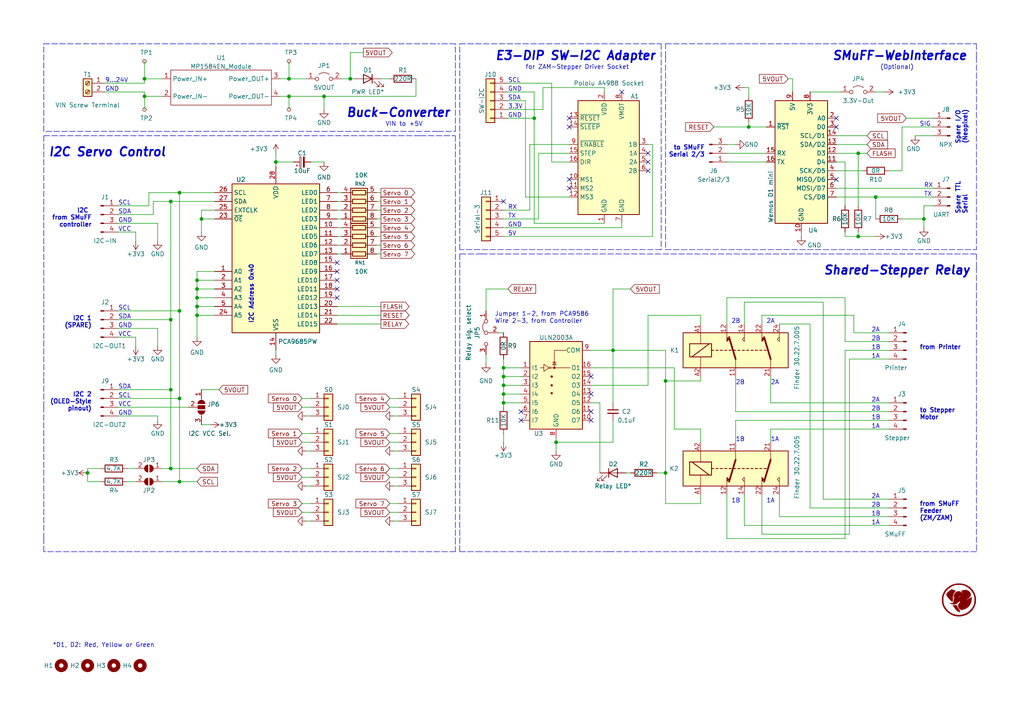
<source format=kicad_sch>
(kicad_sch (version 20211123) (generator eeschema)
  (paper "A4")
  (title_block (title "SMuFF-Backbone Board") (date "2022-06-20") (rev "1") (company "Technik Gegg") (comment 1 "  I2C Servo Controller and SMuFF-WI (optional)") (comment 2 "  Shared-Stepper Relay,") (comment 3 "  Buck Converter,") (comment 4 "This PCB combines:"))
  (junction (at 193.04 110.49))
  (junction (at 52.07 115.57))
  (junction (at 267.97 63.5))
  (junction (at 154.94 34.29))
  (junction (at 41.91 22.86))
  (junction (at 52.07 90.17))
  (junction (at 49.53 58.42))
  (junction (at 193.04 137.16))
  (junction (at 93.98 27.94))
  (junction (at 248.92 44.45))
  (junction (at 57.15 88.9))
  (junction (at 146.05 106.68))
  (junction (at 49.53 92.71))
  (junction (at 248.92 68.58))
  (junction (at 80.01 46.99))
  (junction (at 57.15 91.44))
  (junction (at 146.05 111.76))
  (junction (at 217.17 36.83))
  (junction (at 146.05 114.3))
  (junction (at 25.4 137.16))
  (junction (at 57.15 86.36))
  (junction (at 254 57.15))
  (junction (at 83.82 22.86))
  (junction (at 161.29 128.27))
  (junction (at 177.8 101.6))
  (junction (at 41.91 27.94))
  (junction (at 58.42 63.5))
  (junction (at 101.6 22.86))
  (junction (at 83.82 27.94))
  (junction (at 49.53 113.03))
  (junction (at 57.15 81.28))
  (junction (at 146.05 116.84))
  (junction (at 146.05 109.22))
  (junction (at 52.07 55.88))
  (junction (at 52.07 139.7))
  (junction (at 49.53 135.89))
  (junction (at 57.15 83.82))
  (no_connect (at 146.05 58.42))
  (no_connect (at 171.45 109.22))
  (no_connect (at 171.45 119.38))
  (no_connect (at 171.45 121.92))
  (no_connect (at 171.45 114.3))
  (no_connect (at 165.1 54.61))
  (no_connect (at 165.1 52.07))
  (no_connect (at 242.57 36.83))
  (no_connect (at 242.57 52.07))
  (no_connect (at 97.79 76.2))
  (no_connect (at 97.79 78.74))
  (no_connect (at 97.79 81.28))
  (no_connect (at 97.79 83.82))
  (no_connect (at 97.79 86.36))
  (no_connect (at 180.34 26.67))
  (no_connect (at 165.1 34.29))
  (no_connect (at 165.1 36.83))
  (no_connect (at 187.96 46.99))
  (no_connect (at 187.96 44.45))
  (no_connect (at 242.57 34.29))
  (no_connect (at 151.13 121.92))
  (no_connect (at 151.13 119.38))
  (no_connect (at 187.96 49.53))
  (wire (pts (xy 41.91 27.94) (xy 41.91 31.75)))
  (wire (pts (xy 97.79 66.04) (xy 99.06 66.04)))
  (wire (pts (xy 147.32 26.67) (xy 154.94 26.67)))
  (polyline (pts (xy 193.04 12.7) (xy 283.21 12.7)))
  (wire (pts (xy 171.45 116.84) (xy 173.99 116.84)))
  (wire (pts (xy 114.3 120.65) (xy 115.57 120.65)))
  (wire (pts (xy 203.2 143.51) (xy 203.2 146.05)))
  (wire (pts (xy 49.53 58.42) (xy 44.45 58.42)))
  (wire (pts (xy 146.05 106.68) (xy 146.05 109.22)))
  (wire (pts (xy 44.45 62.23) (xy 34.29 62.23)))
  (wire (pts (xy 242.57 49.53) (xy 250.19 49.53)))
  (wire (pts (xy 177.8 101.6) (xy 177.8 116.84)))
  (wire (pts (xy 80.01 46.99) (xy 80.01 44.45)))
  (wire (pts (xy 58.42 113.03) (xy 63.5 113.03)))
  (wire (pts (xy 245.11 86.36) (xy 210.82 86.36)))
  (wire (pts (xy 41.91 22.86) (xy 46.99 22.86)))
  (wire (pts (xy 49.53 135.89) (xy 46.99 135.89)))
  (wire (pts (xy 114.3 140.97) (xy 115.57 140.97)))
  (polyline (pts (xy 283.21 12.7) (xy 283.21 16.51)))
  (wire (pts (xy 154.94 64.77) (xy 175.26 64.77)))
  (wire (pts (xy 87.63 128.27) (xy 90.17 128.27)))
  (wire (pts (xy 88.9 120.65) (xy 90.17 120.65)))
  (wire (pts (xy 157.48 25.4) (xy 157.48 31.75)))
  (wire (pts (xy 87.63 115.57) (xy 90.17 115.57)))
  (wire (pts (xy 146.05 114.3) (xy 146.05 116.84)))
  (polyline (pts (xy 133.35 73.66) (xy 133.35 160.02)))
  (wire (pts (xy 156.21 44.45) (xy 156.21 63.5)))
  (wire (pts (xy 187.96 111.76) (xy 187.96 91.44)))
  (wire (pts (xy 229.87 22.86) (xy 229.87 26.67)))
  (polyline (pts (xy 12.7 160.02) (xy 12.7 156.21)))
  (wire (pts (xy 83.82 17.78) (xy 83.82 22.86)))
  (wire (pts (xy 113.03 138.43) (xy 115.57 138.43)))
  (polyline (pts (xy 132.08 39.37) (xy 132.08 156.21)))
  (wire (pts (xy 154.94 34.29) (xy 147.32 34.29)))
  (wire (pts (xy 58.42 123.19) (xy 60.96 123.19)))
  (wire (pts (xy 173.99 116.84) (xy 173.99 137.16)))
  (wire (pts (xy 217.17 36.83) (xy 222.25 36.83)))
  (wire (pts (xy 83.82 27.94) (xy 83.82 31.75)))
  (wire (pts (xy 88.9 151.13) (xy 90.17 151.13)))
  (wire (pts (xy 215.9 87.63) (xy 215.9 93.98)))
  (wire (pts (xy 223.52 124.46) (xy 223.52 128.27)))
  (wire (pts (xy 226.06 149.86) (xy 226.06 143.51)))
  (wire (pts (xy 238.76 144.78) (xy 238.76 87.63)))
  (wire (pts (xy 62.23 78.74) (xy 57.15 78.74)))
  (wire (pts (xy 49.53 92.71) (xy 49.53 113.03)))
  (wire (pts (xy 29.21 139.7) (xy 25.4 139.7)))
  (wire (pts (xy 165.1 44.45) (xy 156.21 44.45)))
  (wire (pts (xy 49.53 58.42) (xy 49.53 92.71)))
  (wire (pts (xy 207.01 36.83) (xy 217.17 36.83)))
  (wire (pts (xy 177.8 83.82) (xy 177.8 101.6)))
  (wire (pts (xy 57.15 83.82) (xy 57.15 86.36)))
  (polyline (pts (xy 12.7 39.37) (xy 12.7 109.22)))
  (wire (pts (xy 105.41 15.24) (xy 101.6 15.24)))
  (wire (pts (xy 213.36 121.92) (xy 213.36 128.27)))
  (wire (pts (xy 146.05 109.22) (xy 146.05 111.76)))
  (wire (pts (xy 34.29 90.17) (xy 52.07 90.17)))
  (wire (pts (xy 93.98 27.94) (xy 93.98 31.75)))
  (polyline (pts (xy 193.04 72.39) (xy 283.21 72.39)))
  (polyline (pts (xy 12.7 156.21) (xy 12.7 118.11)))
  (wire (pts (xy 265.43 39.37) (xy 270.51 39.37)))
  (wire (pts (xy 210.82 143.51) (xy 210.82 156.21)))
  (wire (pts (xy 140.97 83.82) (xy 140.97 90.17)))
  (wire (pts (xy 257.81 99.06) (xy 245.11 99.06)))
  (wire (pts (xy 257.81 152.4) (xy 215.9 152.4)))
  (wire (pts (xy 181.61 137.16) (xy 182.88 137.16)))
  (wire (pts (xy 248.92 67.31) (xy 248.92 68.58)))
  (wire (pts (xy 257.81 104.14) (xy 246.38 104.14)))
  (wire (pts (xy 242.57 41.91) (xy 251.46 41.91)))
  (wire (pts (xy 93.98 27.94) (xy 120.65 27.94)))
  (wire (pts (xy 113.03 146.05) (xy 115.57 146.05)))
  (wire (pts (xy 261.62 63.5) (xy 267.97 63.5)))
  (wire (pts (xy 57.15 86.36) (xy 62.23 86.36)))
  (polyline (pts (xy 132.08 160.02) (xy 12.7 160.02)))
  (wire (pts (xy 193.04 110.49) (xy 193.04 137.16)))
  (wire (pts (xy 165.1 46.99) (xy 160.02 46.99)))
  (wire (pts (xy 114.3 130.81) (xy 115.57 130.81)))
  (wire (pts (xy 220.98 154.94) (xy 220.98 143.51)))
  (polyline (pts (xy 133.35 160.02) (xy 139.7 160.02)))
  (wire (pts (xy 81.28 22.86) (xy 83.82 22.86)))
  (wire (pts (xy 146.05 63.5) (xy 156.21 63.5)))
  (wire (pts (xy 177.8 128.27) (xy 161.29 128.27)))
  (wire (pts (xy 30.48 26.67) (xy 41.91 26.67)))
  (wire (pts (xy 234.95 26.67) (xy 243.84 26.67)))
  (wire (pts (xy 97.79 73.66) (xy 99.06 73.66)))
  (wire (pts (xy 203.2 110.49) (xy 193.04 110.49)))
  (wire (pts (xy 254 26.67) (xy 256.54 26.67)))
  (wire (pts (xy 45.72 69.85) (xy 45.72 64.77)))
  (wire (pts (xy 146.05 111.76) (xy 146.05 114.3)))
  (wire (pts (xy 80.01 46.99) (xy 85.09 46.99)))
  (wire (pts (xy 97.79 55.88) (xy 99.06 55.88)))
  (wire (pts (xy 57.15 81.28) (xy 57.15 83.82)))
  (wire (pts (xy 242.57 54.61) (xy 270.51 54.61)))
  (wire (pts (xy 203.2 124.46) (xy 203.2 128.27)))
  (wire (pts (xy 146.05 125.73) (xy 146.05 128.27)))
  (wire (pts (xy 232.41 67.31) (xy 232.41 68.58)))
  (wire (pts (xy 58.42 63.5) (xy 58.42 67.31)))
  (wire (pts (xy 203.2 91.44) (xy 203.2 93.98)))
  (wire (pts (xy 45.72 120.65) (xy 45.72 121.92)))
  (wire (pts (xy 43.18 59.69) (xy 34.29 59.69)))
  (wire (pts (xy 217.17 35.56) (xy 217.17 36.83)))
  (wire (pts (xy 157.48 31.75) (xy 147.32 31.75)))
  (wire (pts (xy 34.29 113.03) (xy 49.53 113.03)))
  (wire (pts (xy 41.91 26.67) (xy 41.91 27.94)))
  (wire (pts (xy 57.15 86.36) (xy 57.15 88.9)))
  (wire (pts (xy 238.76 87.63) (xy 215.9 87.63)))
  (wire (pts (xy 171.45 106.68) (xy 195.58 106.68)))
  (polyline (pts (xy 132.08 12.7) (xy 127 12.7)))
  (wire (pts (xy 210.82 156.21) (xy 245.11 156.21)))
  (wire (pts (xy 49.53 135.89) (xy 57.15 135.89)))
  (wire (pts (xy 175.26 26.67) (xy 175.26 25.4)))
  (wire (pts (xy 195.58 106.68) (xy 195.58 124.46)))
  (wire (pts (xy 90.17 46.99) (xy 93.98 46.99)))
  (wire (pts (xy 146.05 114.3) (xy 151.13 114.3)))
  (polyline (pts (xy 193.04 16.51) (xy 193.04 60.96)))
  (wire (pts (xy 195.58 124.46) (xy 203.2 124.46)))
  (wire (pts (xy 257.81 144.78) (xy 238.76 144.78)))
  (polyline (pts (xy 132.08 156.21) (xy 132.08 160.02)))
  (wire (pts (xy 87.63 146.05) (xy 90.17 146.05)))
  (wire (pts (xy 97.79 58.42) (xy 99.06 58.42)))
  (wire (pts (xy 177.8 101.6) (xy 193.04 101.6)))
  (wire (pts (xy 262.89 34.29) (xy 270.51 34.29)))
  (wire (pts (xy 223.52 124.46) (xy 257.81 124.46)))
  (wire (pts (xy 109.22 55.88) (xy 110.49 55.88)))
  (wire (pts (xy 39.37 67.31) (xy 39.37 69.85)))
  (wire (pts (xy 245.11 68.58) (xy 248.92 68.58)))
  (wire (pts (xy 57.15 91.44) (xy 62.23 91.44)))
  (wire (pts (xy 97.79 60.96) (xy 99.06 60.96)))
  (wire (pts (xy 180.34 64.77) (xy 180.34 66.04)))
  (wire (pts (xy 88.9 130.81) (xy 90.17 130.81)))
  (wire (pts (xy 52.07 139.7) (xy 57.15 139.7)))
  (wire (pts (xy 187.96 41.91) (xy 189.23 41.91)))
  (wire (pts (xy 215.9 25.4) (xy 217.17 25.4)))
  (wire (pts (xy 242.57 57.15) (xy 254 57.15)))
  (wire (pts (xy 34.29 92.71) (xy 49.53 92.71)))
  (wire (pts (xy 210.82 44.45) (xy 222.25 44.45)))
  (wire (pts (xy 81.28 27.94) (xy 83.82 27.94)))
  (wire (pts (xy 109.22 60.96) (xy 110.49 60.96)))
  (polyline (pts (xy 193.04 60.96) (xy 193.04 72.39)))
  (wire (pts (xy 97.79 91.44) (xy 110.49 91.44)))
  (wire (pts (xy 146.05 104.14) (xy 146.05 106.68)))
  (wire (pts (xy 62.23 55.88) (xy 52.07 55.88)))
  (wire (pts (xy 215.9 152.4) (xy 215.9 143.51)))
  (wire (pts (xy 257.81 147.32) (xy 234.95 147.32)))
  (wire (pts (xy 270.51 59.69) (xy 267.97 59.69)))
  (wire (pts (xy 234.95 147.32) (xy 234.95 93.98)))
  (wire (pts (xy 152.4 29.21) (xy 152.4 57.15)))
  (wire (pts (xy 223.52 116.84) (xy 223.52 109.22)))
  (wire (pts (xy 113.03 148.59) (xy 115.57 148.59)))
  (wire (pts (xy 52.07 90.17) (xy 52.07 115.57)))
  (wire (pts (xy 44.45 58.42) (xy 44.45 62.23)))
  (wire (pts (xy 203.2 146.05) (xy 193.04 146.05)))
  (polyline (pts (xy 283.21 160.02) (xy 179.07 160.02)))
  (polyline (pts (xy 283.21 73.66) (xy 283.21 77.47)))
  (wire (pts (xy 109.22 58.42) (xy 110.49 58.42)))
  (polyline (pts (xy 176.53 160.02) (xy 179.07 160.02)))
  (wire (pts (xy 109.22 66.04) (xy 110.49 66.04)))
  (polyline (pts (xy 12.7 118.11) (xy 12.7 109.22)))
  (wire (pts (xy 58.42 60.96) (xy 58.42 63.5)))
  (wire (pts (xy 83.82 27.94) (xy 93.98 27.94)))
  (wire (pts (xy 88.9 140.97) (xy 90.17 140.97)))
  (wire (pts (xy 113.03 128.27) (xy 115.57 128.27)))
  (wire (pts (xy 62.23 88.9) (xy 57.15 88.9)))
  (wire (pts (xy 52.07 55.88) (xy 52.07 90.17)))
  (wire (pts (xy 87.63 118.11) (xy 90.17 118.11)))
  (wire (pts (xy 242.57 46.99) (xy 245.11 46.99)))
  (wire (pts (xy 245.11 101.6) (xy 257.81 101.6)))
  (polyline (pts (xy 12.7 39.37) (xy 121.92 39.37)))
  (wire (pts (xy 245.11 67.31) (xy 245.11 68.58)))
  (wire (pts (xy 62.23 58.42) (xy 49.53 58.42)))
  (wire (pts (xy 87.63 148.59) (xy 90.17 148.59)))
  (wire (pts (xy 97.79 63.5) (xy 99.06 63.5)))
  (polyline (pts (xy 139.7 73.66) (xy 283.21 73.66)))
  (wire (pts (xy 113.03 115.57) (xy 115.57 115.57)))
  (wire (pts (xy 267.97 63.5) (xy 267.97 66.04)))
  (wire (pts (xy 80.01 48.26) (xy 80.01 46.99)))
  (wire (pts (xy 161.29 127) (xy 161.29 128.27)))
  (wire (pts (xy 213.36 41.91) (xy 210.82 41.91)))
  (wire (pts (xy 49.53 113.03) (xy 49.53 135.89)))
  (wire (pts (xy 34.29 115.57) (xy 52.07 115.57)))
  (polyline (pts (xy 127 38.1) (xy 12.7 38.1)))
  (wire (pts (xy 113.03 125.73) (xy 115.57 125.73)))
  (wire (pts (xy 101.6 15.24) (xy 101.6 22.86)))
  (wire (pts (xy 193.04 137.16) (xy 193.04 146.05)))
  (wire (pts (xy 113.03 118.11) (xy 115.57 118.11)))
  (wire (pts (xy 153.67 60.96) (xy 153.67 41.91)))
  (wire (pts (xy 83.82 22.86) (xy 88.9 22.86)))
  (wire (pts (xy 41.91 17.78) (xy 41.91 22.86)))
  (wire (pts (xy 257.81 119.38) (xy 213.36 119.38)))
  (polyline (pts (xy 191.77 72.39) (xy 133.35 72.39)))
  (wire (pts (xy 109.22 63.5) (xy 110.49 63.5)))
  (wire (pts (xy 52.07 55.88) (xy 43.18 55.88)))
  (wire (pts (xy 190.5 137.16) (xy 193.04 137.16)))
  (wire (pts (xy 109.22 68.58) (xy 110.49 68.58)))
  (wire (pts (xy 146.05 66.04) (xy 180.34 66.04)))
  (wire (pts (xy 43.18 55.88) (xy 43.18 59.69)))
  (wire (pts (xy 152.4 57.15) (xy 165.1 57.15)))
  (wire (pts (xy 248.92 68.58) (xy 254 68.58)))
  (wire (pts (xy 160.02 46.99) (xy 160.02 24.13)))
  (wire (pts (xy 246.38 104.14) (xy 246.38 154.94)))
  (polyline (pts (xy 191.77 12.7) (xy 191.77 72.39)))
  (polyline (pts (xy 283.21 16.51) (xy 283.21 72.39)))
  (wire (pts (xy 242.57 39.37) (xy 251.46 39.37)))
  (wire (pts (xy 80.01 101.6) (xy 80.01 102.87)))
  (wire (pts (xy 57.15 78.74) (xy 57.15 81.28)))
  (wire (pts (xy 165.1 41.91) (xy 153.67 41.91)))
  (wire (pts (xy 257.81 121.92) (xy 213.36 121.92)))
  (wire (pts (xy 267.97 59.69) (xy 267.97 63.5)))
  (wire (pts (xy 45.72 100.33) (xy 45.72 95.25)))
  (polyline (pts (xy 12.7 38.1) (xy 12.7 12.7)))
  (polyline (pts (xy 176.53 160.02) (xy 139.7 160.02)))
  (wire (pts (xy 58.42 63.5) (xy 62.23 63.5)))
  (wire (pts (xy 257.81 49.53) (xy 261.62 49.53)))
  (wire (pts (xy 154.94 34.29) (xy 154.94 64.77)))
  (wire (pts (xy 146.05 116.84) (xy 146.05 118.11)))
  (wire (pts (xy 147.32 24.13) (xy 160.02 24.13)))
  (wire (pts (xy 220.98 91.44) (xy 247.65 91.44)))
  (wire (pts (xy 217.17 25.4) (xy 217.17 27.94)))
  (polyline (pts (xy 193.04 16.51) (xy 193.04 12.7)))
  (wire (pts (xy 246.38 154.94) (xy 220.98 154.94)))
  (wire (pts (xy 62.23 60.96) (xy 58.42 60.96)))
  (wire (pts (xy 261.62 36.83) (xy 261.62 49.53)))
  (wire (pts (xy 87.63 135.89) (xy 90.17 135.89)))
  (polyline (pts (xy 133.35 12.7) (xy 191.77 12.7)))
  (wire (pts (xy 257.81 116.84) (xy 223.52 116.84)))
  (wire (pts (xy 254 57.15) (xy 270.51 57.15)))
  (wire (pts (xy 140.97 83.82) (xy 147.32 83.82)))
  (wire (pts (xy 57.15 91.44) (xy 57.15 97.79)))
  (wire (pts (xy 97.79 88.9) (xy 110.49 88.9)))
  (wire (pts (xy 39.37 135.89) (xy 36.83 135.89)))
  (wire (pts (xy 113.03 135.89) (xy 115.57 135.89)))
  (wire (pts (xy 213.36 119.38) (xy 213.36 109.22)))
  (wire (pts (xy 109.22 73.66) (xy 110.49 73.66)))
  (wire (pts (xy 25.4 137.16) (xy 25.4 139.7)))
  (wire (pts (xy 220.98 91.44) (xy 220.98 93.98)))
  (wire (pts (xy 87.63 138.43) (xy 90.17 138.43)))
  (polyline (pts (xy 127 38.1) (xy 132.08 38.1)))
  (wire (pts (xy 248.92 44.45) (xy 251.46 44.45)))
  (wire (pts (xy 97.79 93.98) (xy 110.49 93.98)))
  (wire (pts (xy 97.79 68.58) (xy 99.06 68.58)))
  (wire (pts (xy 52.07 115.57) (xy 52.07 139.7)))
  (wire (pts (xy 261.62 36.83) (xy 270.51 36.83)))
  (wire (pts (xy 120.65 22.86) (xy 120.65 27.94)))
  (wire (pts (xy 152.4 29.21) (xy 147.32 29.21)))
  (wire (pts (xy 245.11 156.21) (xy 245.11 101.6)))
  (polyline (pts (xy 121.92 39.37) (xy 132.08 39.37)))
  (wire (pts (xy 234.95 93.98) (xy 226.06 93.98)))
  (wire (pts (xy 29.21 135.89) (xy 25.4 135.89)))
  (wire (pts (xy 146.05 111.76) (xy 151.13 111.76)))
  (wire (pts (xy 110.49 22.86) (xy 113.03 22.86)))
  (wire (pts (xy 34.29 64.77) (xy 45.72 64.77)))
  (wire (pts (xy 39.37 100.33) (xy 39.37 97.79)))
  (wire (pts (xy 114.3 151.13) (xy 115.57 151.13)))
  (wire (pts (xy 242.57 44.45) (xy 248.92 44.45)))
  (wire (pts (xy 39.37 139.7) (xy 36.83 139.7)))
  (wire (pts (xy 46.99 27.94) (xy 41.91 27.94)))
  (wire (pts (xy 177.8 83.82) (xy 182.88 83.82)))
  (polyline (pts (xy 139.7 73.66) (xy 133.35 73.66)))
  (wire (pts (xy 248.92 44.45) (xy 248.92 59.69)))
  (wire (pts (xy 101.6 22.86) (xy 102.87 22.86)))
  (wire (pts (xy 228.6 22.86) (xy 229.87 22.86)))
  (wire (pts (xy 247.65 91.44) (xy 247.65 96.52)))
  (wire (pts (xy 171.45 111.76) (xy 187.96 111.76)))
  (wire (pts (xy 146.05 109.22) (xy 151.13 109.22)))
  (wire (pts (xy 161.29 128.27) (xy 161.29 130.81)))
  (wire (pts (xy 254 57.15) (xy 254 63.5)))
  (wire (pts (xy 140.97 102.87) (xy 140.97 105.41)))
  (wire (pts (xy 203.2 109.22) (xy 203.2 110.49)))
  (polyline (pts (xy 283.21 82.55) (xy 283.21 160.02)))
  (polyline (pts (xy 283.21 77.47) (xy 283.21 82.55)))
  (wire (pts (xy 245.11 46.99) (xy 245.11 59.69)))
  (wire (pts (xy 87.63 125.73) (xy 90.17 125.73)))
  (wire (pts (xy 193.04 101.6) (xy 193.04 110.49)))
  (wire (pts (xy 187.96 91.44) (xy 203.2 91.44)))
  (wire (pts (xy 57.15 88.9) (xy 57.15 91.44)))
  (wire (pts (xy 210.82 86.36) (xy 210.82 93.98)))
  (wire (pts (xy 41.91 24.13) (xy 41.91 22.86)))
  (wire (pts (xy 97.79 71.12) (xy 99.06 71.12)))
  (wire (pts (xy 52.07 139.7) (xy 46.99 139.7)))
  (wire (pts (xy 175.26 25.4) (xy 157.48 25.4)))
  (wire (pts (xy 210.82 46.99) (xy 222.25 46.99)))
  (wire (pts (xy 57.15 83.82) (xy 62.23 83.82)))
  (wire (pts (xy 245.11 99.06) (xy 245.11 86.36)))
  (wire (pts (xy 189.23 41.91) (xy 189.23 68.58)))
  (wire (pts (xy 189.23 68.58) (xy 146.05 68.58)))
  (wire (pts (xy 99.06 22.86) (xy 101.6 22.86)))
  (wire (pts (xy 34.29 120.65) (xy 45.72 120.65)))
  (wire (pts (xy 109.22 71.12) (xy 110.49 71.12)))
  (wire (pts (xy 34.29 97.79) (xy 39.37 97.79)))
  (wire (pts (xy 146.05 116.84) (xy 151.13 116.84)))
  (wire (pts (xy 146.05 60.96) (xy 153.67 60.96)))
  (wire (pts (xy 144.78 96.52) (xy 146.05 96.52)))
  (wire (pts (xy 171.45 101.6) (xy 177.8 101.6)))
  (wire (pts (xy 57.15 81.28) (xy 62.23 81.28)))
  (wire (pts (xy 30.48 24.13) (xy 41.91 24.13)))
  (wire (pts (xy 257.81 96.52) (xy 247.65 96.52)))
  (wire (pts (xy 146.05 106.68) (xy 151.13 106.68)))
  (wire (pts (xy 154.94 26.67) (xy 154.94 34.29)))
  (wire (pts (xy 34.29 67.31) (xy 39.37 67.31)))
  (polyline (pts (xy 132.08 38.1) (xy 132.08 12.7)))
  (wire (pts (xy 257.81 149.86) (xy 226.06 149.86)))
  (wire (pts (xy 177.8 121.92) (xy 177.8 128.27)))
  (wire (pts (xy 25.4 135.89) (xy 25.4 137.16)))
  (wire (pts (xy 34.29 95.25) (xy 45.72 95.25)))
  (wire (pts (xy 34.29 118.11) (xy 54.61 118.11)))
  (polyline (pts (xy 133.35 72.39) (xy 133.35 12.7)))
  (polyline (pts (xy 12.7 12.7) (xy 127 12.7)))
  (text "SCL" (at 34.29 115.57 0) (effects (font (size 1.27 1.27)) (justify left bottom)))
  (text "SCL" (at 147.32 24.13 0) (effects (font (size 1.27 1.27)) (justify left bottom)))
  (text "GND" (at 30.48 26.67 0) (effects (font (size 1.27 1.27)) (justify left bottom)))
  (text "2A" (at 252.73 116.84 0) (effects (font (size 1.27 1.27)) (justify left bottom)))
  (text "GND" (at 34.29 120.65 0) (effects (font (size 1.27 1.27)) (justify left bottom)))
  (text "1B" (at 213.36 128.27 0) (effects (font (size 1.27 1.27)) (justify left bottom)))
  (text "SCL" (at 34.29 59.69 0) (effects (font (size 1.27 1.27)) (justify left bottom)))
  (text "I2C 2\n(OLED-Style\npinout)" (at 26.67 119.38 180) (effects (font (size 1.27 1.27) (thickness 0.254) bold) (justify right bottom)))
  (text "2B" (at 212.09 93.98 0) (effects (font (size 1.27 1.27)) (justify left bottom)))
  (text "9...24V" (at 30.48 24.13 0) (effects (font (size 1.27 1.27)) (justify left bottom)))
  (text "1B" (at 252.73 149.86 0) (effects (font (size 1.27 1.27)) (justify left bottom)))
  (text "2A" (at 252.73 144.78 0) (effects (font (size 1.27 1.27)) (justify left bottom)))
  (text "I2C \nfrom SMuFF\ncontroller" (at 26.67 66.04 180) (effects (font (size 1.27 1.27) (thickness 0.254) bold) (justify right bottom)))
  (text "Buck-Converter" (at 100.33 34.29 0) (effects (font (size 2.5 2.5) (thickness 0.5) bold italic) (justify left bottom)))
  (text "RX" (at 147.32 60.96 0) (effects (font (size 1.27 1.27)) (justify left bottom)))
  (text "I2C 1\n(SPARE)" (at 26.67 95.25 180) (effects (font (size 1.27 1.27) (thickness 0.254) bold) (justify right bottom)))
  (text "Jumper 1-2, from PCA9586\nWire 2-3, from Controller" (at 143.51 93.98 0) (effects (font (size 1.27 1.27)) (justify left bottom)))
  (text "2A" (at 223.52 111.76 0) (effects (font (size 1.27 1.27)) (justify left bottom)))
  (text "2B" (at 213.36 111.76 0) (effects (font (size 1.27 1.27)) (justify left bottom)))
  (text "GND" (at 34.29 95.25 0) (effects (font (size 1.27 1.27)) (justify left bottom)))
  (text "to Stepper\nMotor" (at 266.7 121.92 0) (effects (font (size 1.27 1.27) (thickness 0.254) bold) (justify left bottom)))
  (text "to SMuFF\nSerial 2/3" (at 204.47 45.72 180) (effects (font (size 1.27 1.27) (thickness 0.254) bold) (justify right bottom)))
  (text "1B" (at 252.73 121.92 0) (effects (font (size 1.27 1.27)) (justify left bottom)))
  (text "VIN to +5V" (at 111.76 36.83 0) (effects (font (size 1.27 1.27)) (justify left bottom)))
  (text "1A" (at 252.73 152.4 0) (effects (font (size 1.27 1.27)) (justify left bottom)))
  (text "I2C Address 0x40" (at 73.66 93.98 90) (effects (font (size 1.27 1.27) (thickness 0.254) bold) (justify left bottom)))
  (text "(Optional)" (at 255.27 20.32 0) (effects (font (size 1.27 1.27)) (justify left bottom)))
  (text "2B" (at 252.73 99.06 0) (effects (font (size 1.27 1.27)) (justify left bottom)))
  (text "for ZAM-Stepper Driver Socket" (at 152.4 20.32 0) (effects (font (size 1.27 1.27)) (justify left bottom)))
  (text "from SMuFF\nFeeder\n(ZM/ZAM)" (at 266.7 151.13 0) (effects (font (size 1.27 1.27) (thickness 0.254) bold) (justify left bottom)))
  (text "SMuFF-WebInterface" (at 241.3 17.78 0) (effects (font (size 2.5 2.5) (thickness 0.5) bold italic) (justify left bottom)))
  (text "1A" (at 252.73 124.46 0) (effects (font (size 1.27 1.27)) (justify left bottom)))
  (text "1A" (at 252.73 104.14 0) (effects (font (size 1.27 1.27)) (justify left bottom)))
  (text "2B" (at 252.73 147.32 0) (effects (font (size 1.27 1.27)) (justify left bottom)))
  (text "Spare TTL \nSerial" (at 280.67 62.23 90) (effects (font (size 1.27 1.27) (thickness 0.254) bold) (justify left bottom)))
  (text "TX" (at 147.32 63.5 0) (effects (font (size 1.27 1.27)) (justify left bottom)))
  (text "1B" (at 252.73 101.6 0) (effects (font (size 1.27 1.27)) (justify left bottom)))
  (text "GND" (at 147.32 26.67 0) (effects (font (size 1.27 1.27)) (justify left bottom)))
  (text "*D1, D2: Red, Yellow or Green" (at 15.24 187.96 0) (effects (font (size 1.27 1.27)) (justify left bottom)))
  (text "5V" (at 147.32 68.58 0) (effects (font (size 1.27 1.27)) (justify left bottom)))
  (text "2A" (at 222.25 93.98 0) (effects (font (size 1.27 1.27)) (justify left bottom)))
  (text "SDA" (at 34.29 92.71 0) (effects (font (size 1.27 1.27)) (justify left bottom)))
  (text "SCL" (at 34.29 90.17 0) (effects (font (size 1.27 1.27)) (justify left bottom)))
  (text "TX" (at 267.97 57.15 0) (effects (font (size 1.27 1.27)) (justify left bottom)))
  (text "2B" (at 252.73 119.38 0) (effects (font (size 1.27 1.27)) (justify left bottom)))
  (text "1B" (at 212.09 146.05 0) (effects (font (size 1.27 1.27)) (justify left bottom)))
  (text "SIG" (at 266.7 36.83 0) (effects (font (size 1.27 1.27)) (justify left bottom)))
  (text "VCC" (at 34.29 118.11 0) (effects (font (size 1.27 1.27)) (justify left bottom)))
  (text "2A" (at 252.73 96.52 0) (effects (font (size 1.27 1.27)) (justify left bottom)))
  (text "SDA" (at 34.29 62.23 0) (effects (font (size 1.27 1.27)) (justify left bottom)))
  (text "GND" (at 147.32 34.29 0) (effects (font (size 1.27 1.27)) (justify left bottom)))
  (text "SDA" (at 147.32 29.21 0) (effects (font (size 1.27 1.27)) (justify left bottom)))
  (text "Spare I/O\n(Neopixel)" (at 280.67 41.91 90) (effects (font (size 1.27 1.27) (thickness 0.254) bold) (justify left bottom)))
  (text "SDA" (at 34.29 113.03 0) (effects (font (size 1.27 1.27)) (justify left bottom)))
  (text "VCC" (at 34.29 97.79 0) (effects (font (size 1.27 1.27)) (justify left bottom)))
  (text "VCC" (at 34.29 67.31 0) (effects (font (size 1.27 1.27)) (justify left bottom)))
  (text "GND" (at 147.32 66.04 0) (effects (font (size 1.27 1.27)) (justify left bottom)))
  (text "3.3V" (at 147.32 31.75 0) (effects (font (size 1.27 1.27)) (justify left bottom)))
  (text "E3-DIP SW-I2C Adapter" (at 143.51 17.78 0) (effects (font (size 2.5 2.5) (thickness 0.5) bold italic) (justify left bottom)))
  (text "GND" (at 34.29 64.77 0) (effects (font (size 1.27 1.27)) (justify left bottom)))
  (text "1A" (at 222.25 146.05 0) (effects (font (size 1.27 1.27)) (justify left bottom)))
  (text "RX" (at 267.97 54.61 0) (effects (font (size 1.27 1.27)) (justify left bottom)))
  (text "Shared-Stepper Relay" (at 238.76 80.01 0) (effects (font (size 2.5 2.5) (thickness 0.5) bold italic) (justify left bottom)))
  (text "I2C Servo Control" (at 13.97 45.72 0) (effects (font (size 2.5 2.5) (thickness 0.5) bold italic) (justify left bottom)))
  (text "from Printer" (at 266.7 101.6 0) (effects (font (size 1.27 1.27) (thickness 0.254) bold) (justify left bottom)))
  (text "1A" (at 223.52 128.27 0) (effects (font (size 1.27 1.27)) (justify left bottom)))
  (global_label "Servo 6" (shape input) (at 113.03 135.89 180) (property "Intersheet References" "${INTERSHEET_REFS}" (effects hide)))
  (global_label "Servo 4" (shape input) (at 113.03 115.57 180) (property "Intersheet References" "${INTERSHEET_REFS}" (effects hide)))
  (global_label "Servo 0" (shape input) (at 87.63 115.57 180) (property "Intersheet References" "${INTERSHEET_REFS}" (effects hide)))
  (global_label "5VOUT" (shape input) (at 113.03 118.11 180) (property "Intersheet References" "${INTERSHEET_REFS}" (effects hide)))
  (global_label "5VOUT" (shape input) (at 87.63 118.11 180) (property "Intersheet References" "${INTERSHEET_REFS}" (effects hide)))
  (global_label "5VOUT" (shape output) (at 105.41 15.24 0) (property "Intersheet References" "${INTERSHEET_REFS}" (effects hide)))
  (global_label "SCL" (shape input) (at 57.15 139.7 0) (property "Intersheet References" "${INTERSHEET_REFS}" (effects hide)))
  (global_label "Servo 6" (shape output) (at 110.49 71.12 0) (property "Intersheet References" "${INTERSHEET_REFS}" (effects hide)))
  (global_label "RELAY" (shape output) (at 110.49 93.98 0) (property "Intersheet References" "${INTERSHEET_REFS}" (effects hide)))
  (global_label "Servo 7" (shape output) (at 110.49 73.66 0) (property "Intersheet References" "${INTERSHEET_REFS}" (effects hide)))
  (global_label "Servo 4" (shape output) (at 110.49 66.04 0) (property "Intersheet References" "${INTERSHEET_REFS}" (effects hide)))
  (global_label "Servo 3" (shape output) (at 110.49 63.5 0) (property "Intersheet References" "${INTERSHEET_REFS}" (effects hide)))
  (global_label "5VOUT" (shape input) (at 63.5 113.03 0) (property "Intersheet References" "${INTERSHEET_REFS}" (effects hide)))
  (global_label "Servo 1" (shape output) (at 110.49 58.42 0) (property "Intersheet References" "${INTERSHEET_REFS}" (effects hide)))
  (global_label "Servo 5" (shape output) (at 110.49 68.58 0) (property "Intersheet References" "${INTERSHEET_REFS}" (effects hide)))
  (global_label "RELAY" (shape input) (at 147.32 83.82 0) (property "Intersheet References" "${INTERSHEET_REFS}" (effects hide)))
  (global_label "Servo 3" (shape input) (at 87.63 146.05 180) (property "Intersheet References" "${INTERSHEET_REFS}" (effects hide)))
  (global_label "SDA" (shape input) (at 251.46 41.91 0) (property "Intersheet References" "${INTERSHEET_REFS}" (effects hide)))
  (global_label "5VOUT" (shape input) (at 87.63 138.43 180) (property "Intersheet References" "${INTERSHEET_REFS}" (effects hide)))
  (global_label "Servo 2" (shape output) (at 110.49 60.96 0) (property "Intersheet References" "${INTERSHEET_REFS}" (effects hide)))
  (global_label "5VOUT" (shape input) (at 182.88 83.82 0) (property "Intersheet References" "${INTERSHEET_REFS}" (effects hide)))
  (global_label "FLASH" (shape input) (at 251.46 44.45 0) (property "Intersheet References" "${INTERSHEET_REFS}" (effects hide)))
  (global_label "SCL" (shape input) (at 251.46 39.37 0) (property "Intersheet References" "${INTERSHEET_REFS}" (effects hide)))
  (global_label "Servo 7" (shape input) (at 113.03 146.05 180) (property "Intersheet References" "${INTERSHEET_REFS}" (effects hide)))
  (global_label "Servo 1" (shape input) (at 87.63 125.73 180) (property "Intersheet References" "${INTERSHEET_REFS}" (effects hide)))
  (global_label "RESET" (shape input) (at 207.01 36.83 180) (property "Intersheet References" "${INTERSHEET_REFS}" (effects hide)))
  (global_label "RESET" (shape output) (at 110.49 91.44 0) (property "Intersheet References" "${INTERSHEET_REFS}" (effects hide)))
  (global_label "Servo 5" (shape input) (at 113.03 125.73 180) (property "Intersheet References" "${INTERSHEET_REFS}" (effects hide)))
  (global_label "SDA" (shape input) (at 57.15 135.89 0) (property "Intersheet References" "${INTERSHEET_REFS}" (effects hide)))
  (global_label "5VOUT" (shape input) (at 113.03 138.43 180) (property "Intersheet References" "${INTERSHEET_REFS}" (effects hide)))
  (global_label "FLASH" (shape output) (at 110.49 88.9 0) (property "Intersheet References" "${INTERSHEET_REFS}" (effects hide)))
  (global_label "5VOUT" (shape input) (at 113.03 148.59 180) (property "Intersheet References" "${INTERSHEET_REFS}" (effects hide)))
  (global_label "Servo 0" (shape output) (at 110.49 55.88 0) (property "Intersheet References" "${INTERSHEET_REFS}" (effects hide)))
  (global_label "Servo 2" (shape input) (at 87.63 135.89 180) (property "Intersheet References" "${INTERSHEET_REFS}" (effects hide)))
  (global_label "5VOUT" (shape input) (at 262.89 34.29 180) (property "Intersheet References" "${INTERSHEET_REFS}" (effects hide)))
  (global_label "5VOUT" (shape input) (at 228.6 22.86 180) (property "Intersheet References" "${INTERSHEET_REFS}" (effects hide)))
  (global_label "5VOUT" (shape input) (at 87.63 128.27 180) (property "Intersheet References" "${INTERSHEET_REFS}" (effects hide)))
  (global_label "5VOUT" (shape input) (at 87.63 148.59 180) (property "Intersheet References" "${INTERSHEET_REFS}" (effects hide)))
  (global_label "5VOUT" (shape input) (at 113.03 128.27 180) (property "Intersheet References" "${INTERSHEET_REFS}" (effects hide)))
  (symbol (lib_id "power:+3.3V") (at 39.37 100.33 180) (unit 1)
    (property "Reference" "#PWR04" (effects hide))
    (property "Value" "+3.3V" (at 39.37 104.14 0))
  )
  (symbol (lib_id "power:+3.3V") (at 146.05 128.27 180) (unit 1)
    (property "Reference" "#PWR012" (effects hide))
    (property "Value" "+3.3V" (at 148.59 132.08 0) (effects (justify left)))
  )
  (symbol (lib_id "Relay:FINDER-30.22") (at 213.36 135.89 0) (mirror x) (unit 1)
    (property "Reference" "K2" (at 196.85 135.89 0) (effects (justify right)))
    (property "Value" "Finder 30.22.7.005" (at 231.14 144.78 90) (effects (justify right)))
    (property "Footprint" "Relay_THT:Relay_DPDT_Finder_30.22" (effects hide))
    (property "Datasheet" "http://gfinder.findernet.com/assets/Series/354/S30EN.pdf" (effects hide))
  )
  (symbol (lib_id "Connector_Generic:Conn_01x03") (at 95.25 148.59 0) (unit 1)
    (property "Reference" "SJ3" (at 97.79 148.59 0) (effects (justify left)))
    (property "Value" "S3" (at 93.98 143.51 0) (effects (justify left)))
    (property "Footprint" "Connector_PinHeader_2.54mm:PinHeader_1x03_P2.54mm_Vertical" (effects hide))
  )
  (symbol (lib_id "power:GND") (at 161.29 130.81 0) (unit 1)
    (property "Reference" "#PWR034" (effects hide))
    (property "Value" "GND" (at 161.29 134.62 0))
  )
  (symbol (lib_id "Connector_Generic:Conn_01x03") (at 120.65 118.11 0) (unit 1)
    (property "Reference" "SJ4" (at 123.19 118.11 0) (effects (justify left)))
    (property "Value" "S4" (at 119.38 113.03 0) (effects (justify left)))
    (property "Footprint" "Connector_PinHeader_2.54mm:PinHeader_1x03_P2.54mm_Vertical" (effects hide))
  )
  (symbol (lib_id "Device:LED") (at 106.68 22.86 0) (mirror y) (unit 1)
    (property "Reference" "D1" (at 106.68 20.32 0))
    (property "Value" "PWR LED*" (at 106.68 26.67 0))
    (property "Footprint" "LED_SMD:LED_1206_3216Metric" (effects hide))
  )
  (symbol (lib_id "Device:R") (at 248.92 63.5 0) (unit 1)
    (property "Reference" "R7" (at 250.19 63.5 0) (effects (justify left)))
    (property "Value" "10K" (at 248.92 63.5 90))
    (property "Footprint" "Resistor_SMD:R_0805_2012Metric" (effects hide))
  )
  (symbol (lib_id "Connector_Generic:Conn_01x03") (at 120.65 138.43 0) (unit 1)
    (property "Reference" "SJ6" (at 123.19 138.43 0) (effects (justify left)))
    (property "Value" "S6" (at 119.38 133.35 0) (effects (justify left)))
    (property "Footprint" "Connector_PinHeader_2.54mm:PinHeader_1x03_P2.54mm_Vertical" (effects hide))
  )
  (symbol (lib_id "Mechanical:MountingHole") (at 40.64 193.04 0) (unit 1)
    (property "Reference" "H4" (at 35.56 193.04 0) (effects (justify left)))
    (property "Value" "MountingHole" (effects hide))
    (property "Footprint" "MountingHole:MountingHole_3.2mm_M3" (effects hide))
  )
  (symbol (lib_id "Relay:FINDER-30.22") (at 213.36 101.6 0) (unit 1)
    (property "Reference" "K1" (at 194.31 101.6 0) (effects (justify left)))
    (property "Value" "Finder 30.22.7.005" (at 231.14 113.03 90) (effects (justify left)))
    (property "Footprint" "Relay_THT:Relay_DPDT_Finder_30.22" (effects hide))
    (property "Datasheet" "http://gfinder.findernet.com/assets/Series/354/S30EN.pdf" (effects hide))
  )
  (symbol (lib_id "Connector:Conn_01x03_Male") (at 205.74 44.45 0) (mirror x) (unit 1)
    (property "Reference" "J6" (at 207.01 49.53 0))
    (property "Value" "Serial2/3" (at 207.01 52.07 0))
    (property "Footprint" "Connector_JST:JST_XH_B3B-XH-A_1x03_P2.50mm_Vertical" (effects hide))
  )
  (symbol (lib_id "Device:R") (at 217.17 31.75 0) (unit 1)
    (property "Reference" "R5" (at 213.36 31.75 0) (effects (justify left)))
    (property "Value" "10K" (at 217.17 31.75 90))
    (property "Footprint" "Resistor_SMD:R_0805_2012Metric" (effects hide))
  )
  (symbol (lib_id "Connector_Generic:Conn_01x03") (at 95.25 138.43 0) (unit 1)
    (property "Reference" "SJ2" (at 97.79 138.43 0) (effects (justify left)))
    (property "Value" "S2" (at 93.98 133.35 0) (effects (justify left)))
    (property "Footprint" "Connector_PinHeader_2.54mm:PinHeader_1x03_P2.54mm_Vertical" (effects hide))
  )
  (symbol (lib_id "Mechanical:MountingHole") (at 17.78 193.04 0) (unit 1)
    (property "Reference" "H1" (at 12.7 193.04 0) (effects (justify left)))
    (property "Value" "MountingHole" (effects hide))
    (property "Footprint" "MountingHole:MountingHole_3.2mm_M3" (effects hide))
  )
  (symbol (lib_id "power:+3.3V") (at 256.54 26.67 270) (unit 1)
    (property "Reference" "#PWR055" (effects hide))
    (property "Value" "+3.3V" (at 260.35 26.67 90) (effects (justify left)))
  )
  (symbol (lib_id "Library:MP1584EN_Module") (at 53.34 31.75 0) (unit 1)
    (property "Reference" "U1" (at 64.135 16.7472 0))
    (property "Value" "MP1584EN_Module" (at 64.135 19.2841 0))
    (property "Footprint" "Libraries:MP1584EN_Module" (effects hide))
  )
  (symbol (lib_id "Device:C_Small") (at 177.8 119.38 0) (unit 1)
    (property "Reference" "C2" (at 180.34 119.38 0) (effects (justify left)))
    (property "Value" "0.1uF" (at 179.07 121.92 0) (effects (justify left)))
    (property "Footprint" "Capacitor_SMD:C_1206_3216Metric" (effects hide))
  )
  (symbol (lib_id "Mechanical:MountingHole") (at 25.4 193.04 0) (unit 1)
    (property "Reference" "H2" (at 20.32 193.04 0) (effects (justify left)))
    (property "Value" "MountingHole" (effects hide))
    (property "Footprint" "MountingHole:MountingHole_3.2mm_M3" (effects hide))
  )
  (symbol (lib_id "Device:R") (at 254 49.53 90) (unit 1)
    (property "Reference" "R10" (at 254 52.07 90))
    (property "Value" "0R" (at 254 49.53 90))
    (property "Footprint" "Resistor_SMD:R_0805_2012Metric" (effects hide))
  )
  (symbol (lib_id "Device:C_Polarized_Small") (at 87.63 46.99 90) (unit 1)
    (property "Reference" "C1" (at 87.63 44.45 90))
    (property "Value" "10uF" (at 87.63 49.53 90))
    (property "Footprint" "Capacitor_SMD:C_1206_3216Metric" (effects hide))
  )
  (symbol (lib_id "power:+3.3V") (at 215.9 25.4 90) (unit 1)
    (property "Reference" "#PWR01" (effects hide))
    (property "Value" "+3.3V" (at 212.09 25.4 90) (effects (justify left)))
  )
  (symbol (lib_id "power:GND") (at 88.9 120.65 270) (unit 1)
    (property "Reference" "#PWR036" (effects hide))
    (property "Value" "GND" (effects hide))
  )
  (symbol (lib_id "Device:R") (at 33.02 139.7 90) (mirror x) (unit 1)
    (property "Reference" "R4" (at 33.02 142.24 90))
    (property "Value" "4.7K" (at 33.02 139.7 90))
    (property "Footprint" "Resistor_SMD:R_0805_2012Metric" (effects hide))
  )
  (symbol (lib_id "Connector:Conn_01x03_Male") (at 275.59 36.83 0) (mirror y) (unit 1)
    (property "Reference" "J8" (at 274.32 31.75 0))
    (property "Value" "NPX" (at 274.32 41.91 0))
    (property "Footprint" "Connector_JST:JST_XH_B3B-XH-A_1x03_P2.50mm_Vertical" (effects hide))
  )
  (symbol (lib_id "power:GND") (at 232.41 68.58 0) (mirror y) (unit 1)
    (property "Reference" "#PWR013" (effects hide))
    (property "Value" "GND" (at 236.22 71.12 0))
  )
  (symbol (lib_id "Connector_Generic:Conn_01x03") (at 95.25 118.11 0) (unit 1)
    (property "Reference" "SJ0" (at 97.79 118.11 0) (effects (justify left)))
    (property "Value" "S0" (at 93.98 113.03 0) (effects (justify left)))
    (property "Footprint" "Connector_PinHeader_2.54mm:PinHeader_1x03_P2.54mm_Vertical" (effects hide))
  )
  (symbol (lib_id "Jumper:SolderJumper_2_Open") (at 43.18 135.89 0) (mirror y) (unit 1)
    (property "Reference" "JP3" (at 43.18 133.35 0))
    (property "Value" "Jumper" (effects hide))
    (property "Footprint" "Jumper:SolderJumper-2_P1.3mm_Open_RoundedPad1.0x1.5mm" (effects hide))
  )
  (symbol (lib_id "Device:R") (at 146.05 100.33 0) (unit 1)
    (property "Reference" "R9" (at 148.59 100.33 0))
    (property "Value" "0R" (at 146.05 100.33 90))
    (property "Footprint" "Resistor_SMD:R_0805_2012Metric" (effects hide))
  )
  (symbol (lib_id "Library:LOGO") (at 278.13 173.99 0) (unit 1)
    (property "Reference" "#G1" (effects hide))
    (property "Value" "LOGO" (effects hide))
  )
  (symbol (lib_id "power:GND") (at 88.9 151.13 270) (unit 1)
    (property "Reference" "#PWR042" (effects hide))
    (property "Value" "GND" (effects hide))
  )
  (symbol (lib_id "power:GND") (at 114.3 130.81 270) (unit 1)
    (property "Reference" "#PWR046" (effects hide))
    (property "Value" "GND" (effects hide))
  )
  (symbol (lib_id "Device:LED") (at 177.8 137.16 0) (unit 1)
    (property "Reference" "D2" (at 177.8 134.62 0))
    (property "Value" "Relay LED*" (at 177.8 140.97 0))
    (property "Footprint" "LED_SMD:LED_1206_3216Metric" (effects hide))
  )
  (symbol (lib_id "Mechanical:MountingHole") (at 33.02 193.04 0) (unit 1)
    (property "Reference" "H3" (at 27.94 193.04 0) (effects (justify left)))
    (property "Value" "MountingHole" (effects hide))
    (property "Footprint" "MountingHole:MountingHole_3.2mm_M3" (effects hide))
  )
  (symbol (lib_id "Connector:Conn_01x04_Male") (at 29.21 115.57 0) (unit 1)
    (property "Reference" "J9" (at 30.48 110.49 0))
    (property "Value" "I2C-OUT2" (at 31.75 123.19 0))
    (property "Footprint" "Connector_PinHeader_2.54mm:PinHeader_1x04_P2.54mm_Vertical" (effects hide))
  )
  (symbol (lib_id "Connector:TestPoint_Small") (at 83.82 17.78 0) (unit 1)
    (property "Reference" "TP3" (at 82.55 15.24 0) (effects (justify left)))
    (property "Value" "SY8205-OUT+" (effects hide))
    (property "Footprint" "TestPoint:TestPoint_THTPad_1.5x1.5mm_Drill0.7mm" (effects hide))
  )
  (symbol (lib_id "Jumper:Jumper_2_Open") (at 93.98 22.86 0) (unit 1)
    (property "Reference" "JP1" (at 93.98 19.05 0))
    (property "Value" "5VOUT" (at 93.98 25.4 0))
    (property "Footprint" "Connector_PinHeader_2.54mm:PinHeader_1x02_P2.54mm_Vertical" (effects hide))
  )
  (symbol (lib_id "Connector:Conn_01x03_Male") (at 275.59 57.15 0) (mirror y) (unit 1)
    (property "Reference" "J7" (at 274.32 52.07 0))
    (property "Value" "UART" (at 273.05 62.23 0))
    (property "Footprint" "Connector_JST:JST_XH_B3B-XH-A_1x03_P2.50mm_Vertical" (effects hide))
  )
  (symbol (lib_id "Connector_Generic:Conn_01x03") (at 95.25 128.27 0) (unit 1)
    (property "Reference" "SJ1" (at 97.79 128.27 0) (effects (justify left)))
    (property "Value" "S1" (at 93.98 123.19 0) (effects (justify left)))
    (property "Footprint" "Connector_PinHeader_2.54mm:PinHeader_1x03_P2.54mm_Vertical" (effects hide))
  )
  (symbol (lib_id "Connector_Generic:Conn_01x03") (at 120.65 128.27 0) (unit 1)
    (property "Reference" "SJ5" (at 123.19 128.27 0) (effects (justify left)))
    (property "Value" "S5" (at 119.38 123.19 0) (effects (justify left)))
    (property "Footprint" "Connector_PinHeader_2.54mm:PinHeader_1x03_P2.54mm_Vertical" (effects hide))
  )
  (symbol (lib_id "Jumper:Jumper_2_Open") (at 248.92 26.67 0) (unit 1)
    (property "Reference" "JP4" (at 248.92 22.86 0))
    (property "Value" "3.3V-Out" (at 248.92 29.21 0))
    (property "Footprint" "Connector_PinHeader_2.54mm:PinHeader_1x02_P2.54mm_Vertical" (effects hide))
  )
  (symbol (lib_id "power:+3.3V") (at 80.01 44.45 0) (unit 1)
    (property "Reference" "#PWR017" (effects hide))
    (property "Value" "+3.3V" (at 72.39 43.18 0) (effects (justify left)))
  )
  (symbol (lib_id "power:+3.3V") (at 60.96 123.19 270) (unit 1)
    (property "Reference" "#PWR03" (effects hide))
    (property "Value" "+3.3V" (at 63.5 123.19 90) (effects (justify left)))
  )
  (symbol (lib_id "power:+3.3V") (at 254 68.58 270) (unit 1)
    (property "Reference" "#PWR02" (effects hide))
    (property "Value" "+3.3V" (at 256.54 68.58 90) (effects (justify left)))
  )
  (symbol (lib_id "Connector:Conn_01x04_Male") (at 262.89 99.06 0) (mirror y) (unit 1)
    (property "Reference" "J4" (at 260.35 93.98 0) (effects (justify right)))
    (property "Value" "Printer" (at 256.54 106.68 0) (effects (justify right)))
    (property "Footprint" "Connector_JST:JST_XH_B4B-XH-A_1x04_P2.50mm_Vertical" (effects hide))
  )
  (symbol (lib_id "Device:R") (at 245.11 63.5 0) (unit 1)
    (property "Reference" "R6" (at 241.3 63.5 0) (effects (justify left)))
    (property "Value" "10K" (at 245.11 63.5 90))
    (property "Footprint" "Resistor_SMD:R_0805_2012Metric" (effects hide))
  )
  (symbol (lib_id "MCU_Module:WeMos_D1_mini") (at 232.41 46.99 0) (unit 1)
    (property "Reference" "U4" (at 234.4294 66.8004 0) (effects (justify left)))
    (property "Value" "Wemos D1 mini" (at 223.52 49.53 90) (effects (justify right)))
    (property "Footprint" "Module:WEMOS_D1_mini_light" (effects hide))
    (property "Datasheet" "https://wiki.wemos.cc/products:d1:d1_mini#documentation" (effects hide))
  )
  (symbol (lib_id "Driver_Motor:Pololu_Breakout_A4988") (at 175.26 44.45 0) (unit 1)
    (property "Reference" "A1" (at 182.88 27.94 0) (effects (justify left)))
    (property "Value" "Pololu A4988 Socket" (at 166.37 24.13 0) (effects (justify left)))
    (property "Footprint" "Capacitor_SMD:C_1206_3216Metric" (effects hide))
    (property "Datasheet" "https://www.pololu.com/product/2980/pictures" (effects hide))
  )
  (symbol (lib_id "Connector:Conn_01x04_Male") (at 29.21 62.23 0) (unit 1)
    (property "Reference" "J1" (at 30.48 57.15 0))
    (property "Value" "I2C-IN" (at 30.48 69.85 0))
    (property "Footprint" "Connector_JST:JST_XH_B4B-XH-A_1x04_P2.50mm_Vertical" (effects hide))
  )
  (symbol (lib_id "Device:R") (at 33.02 135.89 90) (mirror x) (unit 1)
    (property "Reference" "R3" (at 33.02 133.35 90))
    (property "Value" "4.7K" (at 33.02 135.89 90))
    (property "Footprint" "Resistor_SMD:R_0805_2012Metric" (effects hide))
  )
  (symbol (lib_id "power:GND") (at 265.43 39.37 0) (mirror y) (unit 1)
    (property "Reference" "#PWR056" (effects hide))
    (property "Value" "GND" (at 262.89 43.18 0) (effects (justify right)))
  )
  (symbol (lib_id "Device:R_Pack04") (at 104.14 68.58 270) (mirror x) (unit 1)
    (property "Reference" "RN2" (at 102.87 53.34 90) (effects (font (size 1 1)) (justify left)))
    (property "Value" "10K" (at 102.87 78.74 90) (effects (justify left)))
    (property "Footprint" "Resistor_SMD:R_Array_Concave_4x0603" (effects hide))
  )
  (symbol (lib_id "power:GND") (at 114.3 140.97 270) (unit 1)
    (property "Reference" "#PWR048" (effects hide))
    (property "Value" "GND" (effects hide))
  )
  (symbol (lib_id "Jumper:Jumper_3_Bridged12") (at 140.97 96.52 90) (mirror x) (unit 1)
    (property "Reference" "JP5" (at 138.43 96.52 0))
    (property "Value" "Relay sig. select" (at 135.89 96.52 0))
    (property "Footprint" "Connector_PinHeader_2.54mm:PinHeader_1x03_P2.54mm_Vertical" (effects hide))
  )
  (symbol (lib_id "Device:R") (at 146.05 121.92 0) (unit 1)
    (property "Reference" "R11" (at 140.97 121.92 0) (effects (justify left)))
    (property "Value" "10K" (at 146.05 121.92 90))
    (property "Footprint" "Resistor_SMD:R_0805_2012Metric" (effects hide))
  )
  (symbol (lib_id "Connector:TestPoint_Small") (at 41.91 17.78 0) (unit 1)
    (property "Reference" "TP1" (at 40.64 15.24 0) (effects (justify left)))
    (property "Value" "SY8205-IN+" (effects hide))
    (property "Footprint" "TestPoint:TestPoint_THTPad_1.5x1.5mm_Drill0.7mm" (effects hide))
  )
  (symbol (lib_id "Jumper:SolderJumper_2_Open") (at 43.18 139.7 0) (mirror y) (unit 1)
    (property "Reference" "JP2" (at 43.18 142.24 0))
    (property "Value" "Jumper" (effects hide))
    (property "Footprint" "Jumper:SolderJumper-2_P1.3mm_Open_RoundedPad1.0x1.5mm" (effects hide))
  )
  (symbol (lib_id "Device:R") (at 116.84 22.86 90) (unit 1)
    (property "Reference" "R1" (at 116.84 20.32 90))
    (property "Value" "220R" (at 116.84 22.86 90))
    (property "Footprint" "Resistor_SMD:R_0805_2012Metric" (effects hide))
  )
  (symbol (lib_id "Transistor_Array:ULN2003A") (at 161.29 111.76 0) (unit 1)
    (property "Reference" "U3" (at 156.21 125.73 0))
    (property "Value" "ULN2003A" (at 161.29 97.8971 0))
    (property "Footprint" "Package_SO:SOIC-16_3.9x9.9mm_P1.27mm" (effects hide))
    (property "Datasheet" "http://www.ti.com/lit/ds/symlink/uln2003a.pdf" (effects hide))
  )
  (symbol (lib_id "power:GND") (at 57.15 97.79 0) (unit 1)
    (property "Reference" "#PWR09" (effects hide))
    (property "Value" "GND" (at 57.15 102.2334 0))
  )
  (symbol (lib_id "Device:R") (at 257.81 63.5 90) (unit 1)
    (property "Reference" "R8" (at 259.08 60.96 90) (effects (justify left)))
    (property "Value" "10K" (at 257.81 63.5 90))
    (property "Footprint" "Resistor_SMD:R_0805_2012Metric" (effects hide))
  )
  (symbol (lib_id "power:GND") (at 114.3 151.13 270) (unit 1)
    (property "Reference" "#PWR050" (effects hide))
    (property "Value" "GND" (effects hide))
  )
  (symbol (lib_id "power:+3.3V") (at 39.37 69.85 180) (unit 1)
    (property "Reference" "#PWR05" (effects hide))
    (property "Value" "+3.3V" (at 39.37 73.66 0))
  )
  (symbol (lib_id "Connector:TestPoint_Small") (at 83.82 31.75 0) (unit 1)
    (property "Reference" "TP4" (at 82.55 34.29 0) (effects (justify left)))
    (property "Value" "SY8205-OUT-" (effects hide))
    (property "Footprint" "TestPoint:TestPoint_THTPad_1.5x1.5mm_Drill0.7mm" (effects hide))
  )
  (symbol (lib_id "Connector:Conn_01x04_Male") (at 262.89 147.32 0) (mirror y) (unit 1)
    (property "Reference" "J5" (at 260.35 142.24 0) (effects (justify right)))
    (property "Value" "SMuFF" (at 256.54 154.94 0) (effects (justify right)))
    (property "Footprint" "Connector_JST:JST_XH_B4B-XH-A_1x04_P2.50mm_Vertical" (effects hide))
  )
  (symbol (lib_id "Connector_Generic:Conn_01x03") (at 120.65 148.59 0) (unit 1)
    (property "Reference" "SJ7" (at 123.19 148.59 0) (effects (justify left)))
    (property "Value" "S7" (at 119.38 143.51 0) (effects (justify left)))
    (property "Footprint" "Connector_PinHeader_2.54mm:PinHeader_1x03_P2.54mm_Vertical" (effects hide))
  )
  (symbol (lib_id "power:GND") (at 58.42 67.31 0) (unit 1)
    (property "Reference" "#PWR010" (effects hide))
    (property "Value" "GND" (at 58.42 71.7534 0))
  )
  (symbol (lib_id "Connector:Screw_Terminal_01x02") (at 25.4 24.13 0) (mirror y) (unit 1)
    (property "Reference" "T1" (at 25.4 21.59 0))
    (property "Value" "VIN Screw Terminal" (at 25.4 30.48 0))
    (property "Footprint" "TerminalBlock:TerminalBlock_bornier-2_P5.08mm" (effects hide))
  )
  (symbol (lib_id "power:+3.3V") (at 25.4 137.16 90) (mirror x) (unit 1)
    (property "Reference" "#PWR030" (effects hide))
    (property "Value" "+3.3V" (at 22.86 137.16 90) (effects (justify left)))
  )
  (symbol (lib_id "Connector_Generic:Conn_01x05") (at 142.24 29.21 180) (unit 1)
    (property "Reference" "J10" (at 142.24 21.59 0))
    (property "Value" "SW-I2C" (at 139.7 29.21 90))
    (property "Footprint" "Connector_JST:JST_XH_B5B-XH-A_1x05_P2.50mm_Vertical" (effects hide))
  )
  (symbol (lib_id "Jumper:SolderJumper_3_Open") (at 58.42 118.11 270) (unit 1)
    (property "Reference" "JP6" (at 60.071 117.2753 90) (effects (justify left)))
    (property "Value" "I2C VCC Sel." (at 54.61 125.73 90) (effects (justify left)))
    (property "Footprint" "Jumper:SolderJumper-3_P1.3mm_Open_RoundedPad1.0x1.5mm" (effects hide))
  )
  (symbol (lib_id "power:GND") (at 93.98 46.99 0) (unit 1)
    (property "Reference" "#PWR023" (effects hide))
    (property "Value" "GND" (at 93.98 51.4334 0))
  )
  (symbol (lib_id "power:GND") (at 45.72 69.85 0) (mirror y) (unit 1)
    (property "Reference" "#PWR07" (effects hide))
    (property "Value" "GND" (at 45.72 73.66 0))
  )
  (symbol (lib_id "Device:R") (at 186.69 137.16 270) (unit 1)
    (property "Reference" "R2" (at 186.69 134.62 90))
    (property "Value" "220R" (at 186.69 137.16 90))
    (property "Footprint" "Resistor_SMD:R_0805_2012Metric" (effects hide))
  )
  (symbol (lib_id "power:GND") (at 88.9 140.97 270) (unit 1)
    (property "Reference" "#PWR040" (effects hide))
    (property "Value" "GND" (effects hide))
  )
  (symbol (lib_id "power:GND") (at 140.97 105.41 0) (unit 1)
    (property "Reference" "#PWR0101" (effects hide))
    (property "Value" "GND" (at 140.97 110.49 0))
  )
  (symbol (lib_id "power:GND") (at 213.36 41.91 90) (mirror x) (unit 1)
    (property "Reference" "#PWR053" (effects hide))
    (property "Value" "GND" (at 215.9 41.91 90) (effects (justify right)))
  )
  (symbol (lib_id "power:GND") (at 93.98 31.75 0) (unit 1)
    (property "Reference" "#PWR019" (effects hide))
    (property "Value" "GND" (at 93.98 35.56 0))
  )
  (symbol (lib_id "Connector:Conn_01x04_Male") (at 262.89 119.38 0) (mirror y) (unit 1)
    (property "Reference" "J3" (at 260.35 114.3 0) (effects (justify right)))
    (property "Value" "Stepper" (at 256.54 127 0) (effects (justify right)))
    (property "Footprint" "Connector_JST:JST_XH_B4B-XH-A_1x04_P2.50mm_Vertical" (effects hide))
  )
  (symbol (lib_id "Connector_Generic:Conn_01x05") (at 140.97 63.5 0) (mirror y) (unit 1)
    (property "Reference" "J11" (at 140.97 55.88 0))
    (property "Value" "Serial-3" (at 138.43 63.5 90))
    (property "Footprint" "Connector_PinHeader_2.54mm:PinHeader_1x05_P2.54mm_Vertical" (effects hide))
  )
  (symbol (lib_id "Connector:Conn_01x04_Male") (at 29.21 92.71 0) (unit 1)
    (property "Reference" "J2" (at 30.48 87.63 0))
    (property "Value" "I2C-OUT1" (at 31.75 100.33 0))
    (property "Footprint" "Connector_PinHeader_2.54mm:PinHeader_1x04_P2.54mm_Vertical" (effects hide))
  )
  (symbol (lib_id "power:GND") (at 267.97 66.04 0) (mirror y) (unit 1)
    (property "Reference" "#PWR058" (effects hide))
    (property "Value" "GND" (at 267.97 69.85 0))
  )
  (symbol (lib_id "power:GND") (at 114.3 120.65 270) (unit 1)
    (property "Reference" "#PWR044" (effects hide))
    (property "Value" "GND" (effects hide))
  )
  (symbol (lib_id "Driver_LED:PCA9685PW") (at 80.01 73.66 0) (unit 1)
    (property "Reference" "U2" (at 69.85 52.07 0))
    (property "Value" "PCA9685PW" (at 86.36 99.06 0))
    (property "Footprint" "Package_SO:TSSOP-28_4.4x9.7mm_P0.65mm" (effects hide))
    (property "Datasheet" "http://www.nxp.com/documents/data_sheet/PCA9685.pdf" (effects hide))
  )
  (symbol (lib_id "power:GND") (at 88.9 130.81 270) (unit 1)
    (property "Reference" "#PWR038" (effects hide))
    (property "Value" "GND" (effects hide))
  )
  (symbol (lib_id "Device:R_Pack04") (at 104.14 58.42 270) (mirror x) (unit 1)
    (property "Reference" "RN1" (at 102.87 76.2 90) (effects (font (size 1 1)) (justify left)))
    (property "Value" "10K" (at 102.87 50.8 90) (effects (justify left)))
    (property "Footprint" "Resistor_SMD:R_Array_Concave_4x0603" (effects hide))
  )
  (symbol (lib_id "Connector:TestPoint_Small") (at 41.91 31.75 0) (unit 1)
    (property "Reference" "TP2" (at 40.64 34.29 0) (effects (justify left)))
    (property "Value" "SY8205-IN-" (effects hide))
    (property "Footprint" "TestPoint:TestPoint_THTPad_1.5x1.5mm_Drill0.7mm" (effects hide))
  )
  (symbol (lib_id "power:GND") (at 45.72 121.92 0) (mirror y) (unit 1)
    (property "Reference" "#PWR08" (effects hide))
    (property "Value" "GND" (at 45.72 125.73 0))
  )
  (symbol (lib_id "power:GND") (at 80.01 102.87 0) (unit 1)
    (property "Reference" "#PWR0103" (effects hide))
    (property "Value" "GND" (at 80.01 107.3134 0))
  )
  (symbol (lib_id "power:GND") (at 45.72 100.33 0) (mirror y) (unit 1)
    (property "Reference" "#PWR06" (effects hide))
    (property "Value" "GND" (at 45.72 104.14 0))
  )
)
</source>
